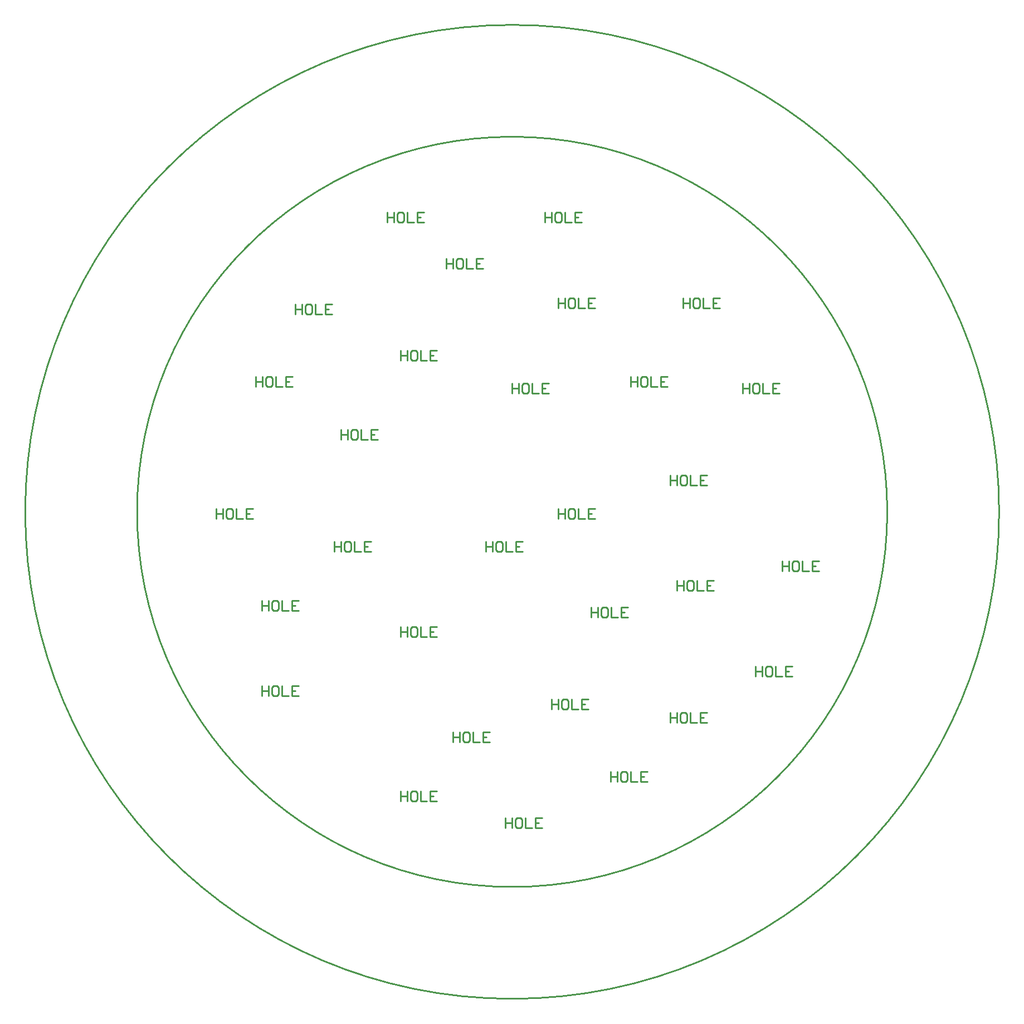
<source format=gm1>
G04*
G04 #@! TF.GenerationSoftware,Altium Limited,Altium Designer,19.1.6 (110)*
G04*
G04 Layer_Color=16711935*
%FSLAX25Y25*%
%MOIN*%
G70*
G01*
G75*
%ADD19C,0.01000*%
D19*
X224410Y0D02*
G03*
X224410Y0I-224410J0D01*
G01*
X291339D02*
G03*
X291339Y0I-291339J0D01*
G01*
X-66929Y96549D02*
Y90551D01*
Y93550D01*
X-62930D01*
Y96549D01*
Y90551D01*
X-57932Y96549D02*
X-59931D01*
X-60931Y95550D01*
Y91551D01*
X-59931Y90551D01*
X-57932D01*
X-56932Y91551D01*
Y95550D01*
X-57932Y96549D01*
X-54933D02*
Y90551D01*
X-50934D01*
X-44936Y96549D02*
X-48935D01*
Y90551D01*
X-44936D01*
X-48935Y93550D02*
X-46936D01*
X-74803Y179226D02*
Y173228D01*
Y176227D01*
X-70804D01*
Y179226D01*
Y173228D01*
X-65806Y179226D02*
X-67805D01*
X-68805Y178227D01*
Y174228D01*
X-67805Y173228D01*
X-65806D01*
X-64806Y174228D01*
Y178227D01*
X-65806Y179226D01*
X-62807D02*
Y173228D01*
X-58808D01*
X-52810Y179226D02*
X-56809D01*
Y173228D01*
X-52810D01*
X-56809Y176227D02*
X-54810D01*
X161417Y-29435D02*
Y-35433D01*
Y-32434D01*
X165416D01*
Y-29435D01*
Y-35433D01*
X170414Y-29435D02*
X168415D01*
X167415Y-30435D01*
Y-34433D01*
X168415Y-35433D01*
X170414D01*
X171414Y-34433D01*
Y-30435D01*
X170414Y-29435D01*
X173413D02*
Y-35433D01*
X177412D01*
X183410Y-29435D02*
X179411D01*
Y-35433D01*
X183410D01*
X179411Y-32434D02*
X181411D01*
X70866Y80801D02*
Y74803D01*
Y77802D01*
X74865D01*
Y80801D01*
Y74803D01*
X79863Y80801D02*
X77864D01*
X76864Y79801D01*
Y75803D01*
X77864Y74803D01*
X79863D01*
X80863Y75803D01*
Y79801D01*
X79863Y80801D01*
X82862D02*
Y74803D01*
X86861D01*
X92859Y80801D02*
X88860D01*
Y74803D01*
X92859D01*
X88860Y77802D02*
X90860D01*
X102362Y128045D02*
Y122047D01*
Y125046D01*
X106361D01*
Y128045D01*
Y122047D01*
X111359Y128045D02*
X109360D01*
X108360Y127046D01*
Y123047D01*
X109360Y122047D01*
X111359D01*
X112359Y123047D01*
Y127046D01*
X111359Y128045D01*
X114358D02*
Y122047D01*
X118357D01*
X124355Y128045D02*
X120356D01*
Y122047D01*
X124355D01*
X120356Y125046D02*
X122356D01*
X19685Y179226D02*
Y173228D01*
Y176227D01*
X23684D01*
Y179226D01*
Y173228D01*
X28682Y179226D02*
X26683D01*
X25683Y178227D01*
Y174228D01*
X26683Y173228D01*
X28682D01*
X29682Y174228D01*
Y178227D01*
X28682Y179226D01*
X31681D02*
Y173228D01*
X35680D01*
X41678Y179226D02*
X37679D01*
Y173228D01*
X41678D01*
X37679Y176227D02*
X39679D01*
X-102362Y49305D02*
Y43307D01*
Y46306D01*
X-98364D01*
Y49305D01*
Y43307D01*
X-93365Y49305D02*
X-95364D01*
X-96364Y48305D01*
Y44307D01*
X-95364Y43307D01*
X-93365D01*
X-92365Y44307D01*
Y48305D01*
X-93365Y49305D01*
X-90366D02*
Y43307D01*
X-86367D01*
X-80369Y49305D02*
X-84368D01*
Y43307D01*
X-80369D01*
X-84368Y46306D02*
X-82369D01*
X27559Y2061D02*
Y-3937D01*
Y-938D01*
X31558D01*
Y2061D01*
Y-3937D01*
X36556Y2061D02*
X34557D01*
X33557Y1061D01*
Y-2937D01*
X34557Y-3937D01*
X36556D01*
X37556Y-2937D01*
Y1061D01*
X36556Y2061D01*
X39555D02*
Y-3937D01*
X43554D01*
X49552Y2061D02*
X45553D01*
Y-3937D01*
X49552D01*
X45553Y-938D02*
X47553D01*
X-15748Y-17624D02*
Y-23622D01*
Y-20623D01*
X-11749D01*
Y-17624D01*
Y-23622D01*
X-6751Y-17624D02*
X-8750D01*
X-9750Y-18624D01*
Y-22622D01*
X-8750Y-23622D01*
X-6751D01*
X-5751Y-22622D01*
Y-18624D01*
X-6751Y-17624D01*
X-3752D02*
Y-23622D01*
X247D01*
X6245Y-17624D02*
X2246D01*
Y-23622D01*
X6245D01*
X2246Y-20623D02*
X4245D01*
X23622Y-112112D02*
Y-118110D01*
Y-115111D01*
X27621D01*
Y-112112D01*
Y-118110D01*
X32619Y-112112D02*
X30620D01*
X29620Y-113112D01*
Y-117111D01*
X30620Y-118110D01*
X32619D01*
X33619Y-117111D01*
Y-113112D01*
X32619Y-112112D01*
X35618D02*
Y-118110D01*
X39617D01*
X45615Y-112112D02*
X41616D01*
Y-118110D01*
X45615D01*
X41616Y-115111D02*
X43616D01*
X59055Y-155419D02*
Y-161417D01*
Y-158418D01*
X63054D01*
Y-155419D01*
Y-161417D01*
X68052Y-155419D02*
X66053D01*
X65053Y-156419D01*
Y-160418D01*
X66053Y-161417D01*
X68052D01*
X69052Y-160418D01*
Y-156419D01*
X68052Y-155419D01*
X71051D02*
Y-161417D01*
X75050D01*
X81048Y-155419D02*
X77049D01*
Y-161417D01*
X81048D01*
X77049Y-158418D02*
X79049D01*
X-3937Y-182978D02*
Y-188976D01*
Y-185977D01*
X62D01*
Y-182978D01*
Y-188976D01*
X5060Y-182978D02*
X3061D01*
X2061Y-183978D01*
Y-187977D01*
X3061Y-188976D01*
X5060D01*
X6060Y-187977D01*
Y-183978D01*
X5060Y-182978D01*
X8059D02*
Y-188976D01*
X12058D01*
X18056Y-182978D02*
X14057D01*
Y-188976D01*
X18056D01*
X14057Y-185977D02*
X16057D01*
X-66929Y-167230D02*
Y-173228D01*
Y-170229D01*
X-62930D01*
Y-167230D01*
Y-173228D01*
X-57932Y-167230D02*
X-59931D01*
X-60931Y-168230D01*
Y-172229D01*
X-59931Y-173228D01*
X-57932D01*
X-56932Y-172229D01*
Y-168230D01*
X-57932Y-167230D01*
X-54933D02*
Y-173228D01*
X-50934D01*
X-44936Y-167230D02*
X-48935D01*
Y-173228D01*
X-44936D01*
X-48935Y-170229D02*
X-46936D01*
X-35433Y-131797D02*
Y-137795D01*
Y-134796D01*
X-31434D01*
Y-131797D01*
Y-137795D01*
X-26436Y-131797D02*
X-28435D01*
X-29435Y-132797D01*
Y-136796D01*
X-28435Y-137795D01*
X-26436D01*
X-25436Y-136796D01*
Y-132797D01*
X-26436Y-131797D01*
X-23437D02*
Y-137795D01*
X-19438D01*
X-13440Y-131797D02*
X-17439D01*
Y-137795D01*
X-13440D01*
X-17439Y-134796D02*
X-15439D01*
X-66929Y-68805D02*
Y-74803D01*
Y-71804D01*
X-62930D01*
Y-68805D01*
Y-74803D01*
X-57932Y-68805D02*
X-59931D01*
X-60931Y-69805D01*
Y-73804D01*
X-59931Y-74803D01*
X-57932D01*
X-56932Y-73804D01*
Y-69805D01*
X-57932Y-68805D01*
X-54933D02*
Y-74803D01*
X-50934D01*
X-44936Y-68805D02*
X-48935D01*
Y-74803D01*
X-44936D01*
X-48935Y-71804D02*
X-46936D01*
X-149606Y-104238D02*
Y-110236D01*
Y-107237D01*
X-145608D01*
Y-104238D01*
Y-110236D01*
X-140609Y-104238D02*
X-142609D01*
X-143608Y-105238D01*
Y-109237D01*
X-142609Y-110236D01*
X-140609D01*
X-139610Y-109237D01*
Y-105238D01*
X-140609Y-104238D01*
X-137610D02*
Y-110236D01*
X-133612D01*
X-127613Y-104238D02*
X-131612D01*
Y-110236D01*
X-127613D01*
X-131612Y-107237D02*
X-129613D01*
X-149606Y-53057D02*
Y-59055D01*
Y-56056D01*
X-145608D01*
Y-53057D01*
Y-59055D01*
X-140609Y-53057D02*
X-142609D01*
X-143608Y-54057D01*
Y-58055D01*
X-142609Y-59055D01*
X-140609D01*
X-139610Y-58055D01*
Y-54057D01*
X-140609Y-53057D01*
X-137610D02*
Y-59055D01*
X-133612D01*
X-127613Y-53057D02*
X-131612D01*
Y-59055D01*
X-127613D01*
X-131612Y-56056D02*
X-129613D01*
X-177165Y2061D02*
Y-3937D01*
Y-938D01*
X-173167D01*
Y2061D01*
Y-3937D01*
X-168168Y2061D02*
X-170168D01*
X-171167Y1061D01*
Y-2937D01*
X-170168Y-3937D01*
X-168168D01*
X-167169Y-2937D01*
Y1061D01*
X-168168Y2061D01*
X-165169D02*
Y-3937D01*
X-161170D01*
X-155173Y2061D02*
X-159171D01*
Y-3937D01*
X-155173D01*
X-159171Y-938D02*
X-157172D01*
X-106299Y-17624D02*
Y-23622D01*
Y-20623D01*
X-102301D01*
Y-17624D01*
Y-23622D01*
X-97302Y-17624D02*
X-99301D01*
X-100301Y-18624D01*
Y-22622D01*
X-99301Y-23622D01*
X-97302D01*
X-96302Y-22622D01*
Y-18624D01*
X-97302Y-17624D01*
X-94303D02*
Y-23622D01*
X-90304D01*
X-84306Y-17624D02*
X-88305D01*
Y-23622D01*
X-84306D01*
X-88305Y-20623D02*
X-86306D01*
X47244Y-56994D02*
Y-62992D01*
Y-59993D01*
X51243D01*
Y-56994D01*
Y-62992D01*
X56241Y-56994D02*
X54242D01*
X53242Y-57994D01*
Y-61992D01*
X54242Y-62992D01*
X56241D01*
X57241Y-61992D01*
Y-57994D01*
X56241Y-56994D01*
X59240D02*
Y-62992D01*
X63239D01*
X69237Y-56994D02*
X65238D01*
Y-62992D01*
X69237D01*
X65238Y-59993D02*
X67238D01*
X94488Y-119986D02*
Y-125984D01*
Y-122985D01*
X98487D01*
Y-119986D01*
Y-125984D01*
X103485Y-119986D02*
X101486D01*
X100486Y-120986D01*
Y-124985D01*
X101486Y-125984D01*
X103485D01*
X104485Y-124985D01*
Y-120986D01*
X103485Y-119986D01*
X106484D02*
Y-125984D01*
X110483D01*
X116481Y-119986D02*
X112482D01*
Y-125984D01*
X116481D01*
X112482Y-122985D02*
X114482D01*
X145669Y-92427D02*
Y-98425D01*
Y-95426D01*
X149668D01*
Y-92427D01*
Y-98425D01*
X154666Y-92427D02*
X152667D01*
X151667Y-93427D01*
Y-97426D01*
X152667Y-98425D01*
X154666D01*
X155666Y-97426D01*
Y-93427D01*
X154666Y-92427D01*
X157665D02*
Y-98425D01*
X161664D01*
X167662Y-92427D02*
X163663D01*
Y-98425D01*
X167662D01*
X163663Y-95426D02*
X165663D01*
X98425Y-41246D02*
Y-47244D01*
Y-44245D01*
X102424D01*
Y-41246D01*
Y-47244D01*
X107422Y-41246D02*
X105423D01*
X104423Y-42246D01*
Y-46244D01*
X105423Y-47244D01*
X107422D01*
X108422Y-46244D01*
Y-42246D01*
X107422Y-41246D01*
X110421D02*
Y-47244D01*
X114420D01*
X120418Y-41246D02*
X116419D01*
Y-47244D01*
X120418D01*
X116419Y-44245D02*
X118419D01*
X94488Y21746D02*
Y15748D01*
Y18747D01*
X98487D01*
Y21746D01*
Y15748D01*
X103485Y21746D02*
X101486D01*
X100486Y20746D01*
Y16748D01*
X101486Y15748D01*
X103485D01*
X104485Y16748D01*
Y20746D01*
X103485Y21746D01*
X106484D02*
Y15748D01*
X110483D01*
X116481Y21746D02*
X112482D01*
Y15748D01*
X116481D01*
X112482Y18747D02*
X114482D01*
X137795Y76864D02*
Y70866D01*
Y73865D01*
X141794D01*
Y76864D01*
Y70866D01*
X146792Y76864D02*
X144793D01*
X143793Y75864D01*
Y71866D01*
X144793Y70866D01*
X146792D01*
X147792Y71866D01*
Y75864D01*
X146792Y76864D01*
X149791D02*
Y70866D01*
X153790D01*
X159788Y76864D02*
X155789D01*
Y70866D01*
X159788D01*
X155789Y73865D02*
X157789D01*
X0Y76864D02*
Y70866D01*
Y73865D01*
X3999D01*
Y76864D01*
Y70866D01*
X8997Y76864D02*
X6998D01*
X5998Y75864D01*
Y71866D01*
X6998Y70866D01*
X8997D01*
X9997Y71866D01*
Y75864D01*
X8997Y76864D01*
X11996D02*
Y70866D01*
X15995D01*
X21993Y76864D02*
X17994D01*
Y70866D01*
X21993D01*
X17994Y73865D02*
X19994D01*
X27559Y128045D02*
Y122047D01*
Y125046D01*
X31558D01*
Y128045D01*
Y122047D01*
X36556Y128045D02*
X34557D01*
X33557Y127046D01*
Y123047D01*
X34557Y122047D01*
X36556D01*
X37556Y123047D01*
Y127046D01*
X36556Y128045D01*
X39555D02*
Y122047D01*
X43554D01*
X49552Y128045D02*
X45553D01*
Y122047D01*
X49552D01*
X45553Y125046D02*
X47553D01*
X-39370Y151667D02*
Y145669D01*
Y148668D01*
X-35371D01*
Y151667D01*
Y145669D01*
X-30373Y151667D02*
X-32372D01*
X-33372Y150668D01*
Y146669D01*
X-32372Y145669D01*
X-30373D01*
X-29373Y146669D01*
Y150668D01*
X-30373Y151667D01*
X-27374D02*
Y145669D01*
X-23375D01*
X-17377Y151667D02*
X-21376D01*
Y145669D01*
X-17377D01*
X-21376Y148668D02*
X-19377D01*
X-129921Y124108D02*
Y118110D01*
Y121109D01*
X-125923D01*
Y124108D01*
Y118110D01*
X-120924Y124108D02*
X-122924D01*
X-123923Y123109D01*
Y119110D01*
X-122924Y118110D01*
X-120924D01*
X-119924Y119110D01*
Y123109D01*
X-120924Y124108D01*
X-117925D02*
Y118110D01*
X-113926D01*
X-107928Y124108D02*
X-111927D01*
Y118110D01*
X-107928D01*
X-111927Y121109D02*
X-109928D01*
X-153543Y80801D02*
Y74803D01*
Y77802D01*
X-149545D01*
Y80801D01*
Y74803D01*
X-144546Y80801D02*
X-146546D01*
X-147545Y79801D01*
Y75803D01*
X-146546Y74803D01*
X-144546D01*
X-143546Y75803D01*
Y79801D01*
X-144546Y80801D01*
X-141547D02*
Y74803D01*
X-137548D01*
X-131550Y80801D02*
X-135549D01*
Y74803D01*
X-131550D01*
X-135549Y77802D02*
X-133550D01*
M02*

</source>
